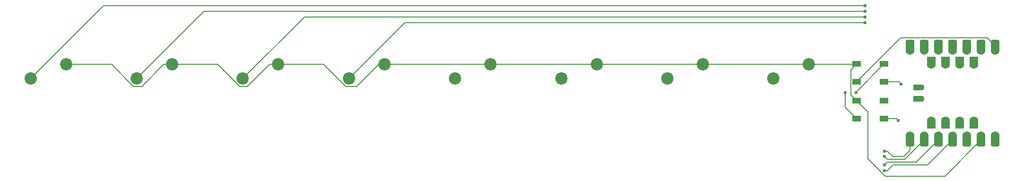
<source format=gbr>
%TF.GenerationSoftware,KiCad,Pcbnew,9.0.3*%
%TF.CreationDate,2025-07-11T23:54:27+00:00*%
%TF.ProjectId,hackpadhahaha,6861636b-7061-4646-9861-686168612e6b,rev?*%
%TF.SameCoordinates,Original*%
%TF.FileFunction,Copper,L1,Top*%
%TF.FilePolarity,Positive*%
%FSLAX46Y46*%
G04 Gerber Fmt 4.6, Leading zero omitted, Abs format (unit mm)*
G04 Created by KiCad (PCBNEW 9.0.3) date 2025-07-11 23:54:27*
%MOMM*%
%LPD*%
G01*
G04 APERTURE LIST*
G04 Aperture macros list*
%AMRoundRect*
0 Rectangle with rounded corners*
0 $1 Rounding radius*
0 $2 $3 $4 $5 $6 $7 $8 $9 X,Y pos of 4 corners*
0 Add a 4 corners polygon primitive as box body*
4,1,4,$2,$3,$4,$5,$6,$7,$8,$9,$2,$3,0*
0 Add four circle primitives for the rounded corners*
1,1,$1+$1,$2,$3*
1,1,$1+$1,$4,$5*
1,1,$1+$1,$6,$7*
1,1,$1+$1,$8,$9*
0 Add four rect primitives between the rounded corners*
20,1,$1+$1,$2,$3,$4,$5,0*
20,1,$1+$1,$4,$5,$6,$7,0*
20,1,$1+$1,$6,$7,$8,$9,0*
20,1,$1+$1,$8,$9,$2,$3,0*%
G04 Aperture macros list end*
%TA.AperFunction,SMDPad,CuDef*%
%ADD10RoundRect,0.152400X0.609600X-1.013600X0.609600X1.013600X-0.609600X1.013600X-0.609600X-1.013600X0*%
%TD*%
%TA.AperFunction,ComponentPad*%
%ADD11C,1.524000*%
%TD*%
%TA.AperFunction,SMDPad,CuDef*%
%ADD12RoundRect,0.152400X-0.609600X1.013600X-0.609600X-1.013600X0.609600X-1.013600X0.609600X1.013600X0*%
%TD*%
%TA.AperFunction,ComponentPad*%
%ADD13C,1.600000*%
%TD*%
%TA.AperFunction,SMDPad,CuDef*%
%ADD14RoundRect,0.140000X-0.660000X0.560000X-0.660000X-0.560000X0.660000X-0.560000X0.660000X0.560000X0*%
%TD*%
%TA.AperFunction,ComponentPad*%
%ADD15C,1.100000*%
%TD*%
%TA.AperFunction,SMDPad,CuDef*%
%ADD16RoundRect,0.110000X0.690000X0.440000X-0.690000X0.440000X-0.690000X-0.440000X0.690000X-0.440000X0*%
%TD*%
%TA.AperFunction,ComponentPad*%
%ADD17C,2.200000*%
%TD*%
%TA.AperFunction,SMDPad,CuDef*%
%ADD18R,1.500000X1.000000*%
%TD*%
%TA.AperFunction,ViaPad*%
%ADD19C,0.600000*%
%TD*%
%TA.AperFunction,Conductor*%
%ADD20C,0.200000*%
%TD*%
G04 APERTURE END LIST*
D10*
%TO.P,U1,1,GPIO26/ADC0/A0*%
%TO.N,Net-(D1-DIN)*%
X268350000Y-53715000D03*
D11*
X268350000Y-54500000D03*
D10*
%TO.P,U1,2,GPIO27/ADC1/A1*%
%TO.N,unconnected-(U1-GPIO27{slash}ADC1{slash}A1-Pad2)*%
X265810000Y-53715000D03*
D11*
X265810000Y-54500000D03*
D10*
%TO.P,U1,3,GPIO28/ADC2/A2*%
%TO.N,unconnected-(U1-GPIO28{slash}ADC2{slash}A2-Pad3)*%
X263270000Y-53715000D03*
D11*
X263270000Y-54500000D03*
D10*
%TO.P,U1,4,GPIO29/ADC3/A3*%
%TO.N,Net-(U1-GPIO29{slash}ADC3{slash}A3)*%
X260730000Y-53715000D03*
D11*
X260730000Y-54500000D03*
D10*
%TO.P,U1,5,GPIO6/SDA*%
%TO.N,Net-(U1-GPIO6{slash}SDA)*%
X258190000Y-53715000D03*
D11*
X258190000Y-54500000D03*
D10*
%TO.P,U1,6,GPIO7/SCL*%
%TO.N,Net-(U1-GPIO7{slash}SCL)*%
X255650000Y-53715000D03*
D11*
X255650000Y-54500000D03*
D10*
%TO.P,U1,7,GPIO0/TX*%
%TO.N,Net-(U1-GPIO0{slash}TX)*%
X253110000Y-53715000D03*
D11*
X253110000Y-54500000D03*
%TO.P,U1,8,GPIO1/RX*%
%TO.N,Net-(U1-GPIO1{slash}RX)*%
X253110000Y-69740000D03*
D12*
X253110000Y-70525000D03*
D11*
%TO.P,U1,9,GPIO2/SCK*%
%TO.N,Net-(U1-GPIO2{slash}SCK)*%
X255650000Y-69740000D03*
D12*
X255650000Y-70525000D03*
D11*
%TO.P,U1,10,GPIO4/MISO*%
%TO.N,Net-(U1-GPIO4{slash}MISO)*%
X258190000Y-69740000D03*
D12*
X258190000Y-70525000D03*
D11*
%TO.P,U1,11,GPIO3/MOSI*%
%TO.N,Net-(U1-GPIO3{slash}MOSI)*%
X260730000Y-69740000D03*
D12*
X260730000Y-70525000D03*
D11*
%TO.P,U1,12,3V3*%
%TO.N,unconnected-(U1-3V3-Pad12)*%
X263270000Y-69740000D03*
D12*
X263270000Y-70525000D03*
D11*
%TO.P,U1,13,GND*%
%TO.N,GND*%
X265810000Y-69740000D03*
D12*
X265810000Y-70525000D03*
D11*
%TO.P,U1,14,VBUS*%
%TO.N,+5V*%
X268350000Y-69740000D03*
D12*
X268350000Y-70525000D03*
D13*
%TO.P,U1,15*%
%TO.N,N/C*%
X264540000Y-67120994D03*
D14*
X264540000Y-67820000D03*
D13*
%TO.P,U1,16*%
X262000000Y-67120994D03*
D14*
X262000000Y-67820000D03*
D13*
%TO.P,U1,17*%
X259460000Y-67120994D03*
D14*
X259460000Y-67820000D03*
D13*
%TO.P,U1,18*%
X256920000Y-67120994D03*
D14*
X256920000Y-67820000D03*
%TO.P,U1,19*%
X256920000Y-56260994D03*
D13*
X256920000Y-56960994D03*
D14*
%TO.P,U1,20*%
X259460000Y-56260994D03*
D13*
X259460000Y-56960994D03*
D14*
%TO.P,U1,21*%
X262000000Y-56260994D03*
D13*
X262000000Y-56960994D03*
D14*
%TO.P,U1,22*%
X264540000Y-56260994D03*
D13*
X264540000Y-56960994D03*
D15*
%TO.P,U1,23*%
X255155189Y-61120000D03*
D16*
X254400000Y-61120000D03*
D15*
%TO.P,U1,24*%
X255155189Y-63120000D03*
D16*
X254400000Y-63120000D03*
%TD*%
D17*
%TO.P,SW8,1,1*%
%TO.N,GND*%
X235000000Y-57000000D03*
%TO.P,SW8,2,2*%
%TO.N,Net-(U1-GPIO3{slash}MOSI)*%
X228650000Y-59540000D03*
%TD*%
%TO.P,SW7,1,1*%
%TO.N,GND*%
X216000000Y-57000000D03*
%TO.P,SW7,2,2*%
%TO.N,Net-(U1-GPIO4{slash}MISO)*%
X209650000Y-59540000D03*
%TD*%
%TO.P,SW6,1,1*%
%TO.N,GND*%
X197000000Y-57000000D03*
%TO.P,SW6,2,2*%
%TO.N,Net-(U1-GPIO2{slash}SCK)*%
X190650000Y-59540000D03*
%TD*%
%TO.P,SW5,1,1*%
%TO.N,GND*%
X178000000Y-57000000D03*
%TO.P,SW5,2,2*%
%TO.N,Net-(U1-GPIO1{slash}RX)*%
X171650000Y-59540000D03*
%TD*%
%TO.P,SW4,1,1*%
%TO.N,GND*%
X159000000Y-57000000D03*
%TO.P,SW4,2,2*%
%TO.N,Net-(U1-GPIO0{slash}TX)*%
X152650000Y-59540000D03*
%TD*%
%TO.P,SW3,1,1*%
%TO.N,GND*%
X140000000Y-57000000D03*
%TO.P,SW3,2,2*%
%TO.N,Net-(U1-GPIO7{slash}SCL)*%
X133650000Y-59540000D03*
%TD*%
%TO.P,SW2,1,1*%
%TO.N,GND*%
X121000000Y-57000000D03*
%TO.P,SW2,2,2*%
%TO.N,Net-(U1-GPIO6{slash}SDA)*%
X114650000Y-59540000D03*
%TD*%
%TO.P,SW1,1,1*%
%TO.N,GND*%
X102000000Y-57000000D03*
%TO.P,SW1,2,2*%
%TO.N,Net-(U1-GPIO29{slash}ADC3{slash}A3)*%
X95650000Y-59540000D03*
%TD*%
D18*
%TO.P,D2,1,VSS*%
%TO.N,GND*%
X243550000Y-63520000D03*
%TO.P,D2,2,DIN*%
%TO.N,Net-(D1-DOUT)*%
X243550000Y-66720000D03*
%TO.P,D2,3,VDD*%
%TO.N,+5V*%
X248450000Y-66720000D03*
%TO.P,D2,4,DOUT*%
%TO.N,unconnected-(D2-DOUT-Pad4)*%
X248450000Y-63520000D03*
%TD*%
%TO.P,D1,1,VSS*%
%TO.N,GND*%
X243550000Y-56900000D03*
%TO.P,D1,2,DIN*%
%TO.N,Net-(D1-DIN)*%
X243550000Y-60100000D03*
%TO.P,D1,3,VDD*%
%TO.N,+5V*%
X248450000Y-60100000D03*
%TO.P,D1,4,DOUT*%
%TO.N,Net-(D1-DOUT)*%
X248450000Y-56900000D03*
%TD*%
D19*
%TO.N,Net-(D1-DOUT)*%
X243400000Y-62000000D03*
X241500000Y-62000000D03*
%TO.N,+5V*%
X251500000Y-60500000D03*
X251000000Y-67000000D03*
%TO.N,Net-(U1-GPIO29{slash}ADC3{slash}A3)*%
X245000000Y-46500000D03*
%TO.N,Net-(U1-GPIO6{slash}SDA)*%
X245000000Y-47500000D03*
%TO.N,Net-(U1-GPIO7{slash}SCL)*%
X245000000Y-48500000D03*
%TO.N,Net-(U1-GPIO0{slash}TX)*%
X245000000Y-49499000D03*
%TO.N,Net-(U1-GPIO1{slash}RX)*%
X248500000Y-72500000D03*
%TO.N,Net-(U1-GPIO3{slash}MOSI)*%
X248500000Y-76000000D03*
%TO.N,Net-(U1-GPIO4{slash}MISO)*%
X248500000Y-75000000D03*
%TO.N,Net-(U1-GPIO2{slash}SCK)*%
X248500000Y-73500000D03*
%TD*%
D20*
%TO.N,Net-(D1-DOUT)*%
X243550000Y-66720000D02*
X241500000Y-64670000D01*
X241500000Y-64670000D02*
X241500000Y-62000000D01*
X243400000Y-62000000D02*
X243400000Y-61950000D01*
X243400000Y-61950000D02*
X248450000Y-56900000D01*
%TO.N,Net-(D1-DIN)*%
X243550000Y-60100000D02*
X251402000Y-52248000D01*
X251402000Y-52248000D02*
X266883000Y-52248000D01*
X266883000Y-52248000D02*
X268350000Y-53715000D01*
%TO.N,+5V*%
X251100000Y-60100000D02*
X251500000Y-60500000D01*
X248450000Y-60100000D02*
X251100000Y-60100000D01*
X250720000Y-66720000D02*
X251000000Y-67000000D01*
X248450000Y-66720000D02*
X250720000Y-66720000D01*
%TO.N,GND*%
X243550000Y-63520000D02*
X245530000Y-65500000D01*
X245530000Y-73879943D02*
X248650057Y-77000000D01*
X245530000Y-65500000D02*
X245530000Y-73879943D01*
X248650057Y-77000000D02*
X259335000Y-77000000D01*
X259335000Y-77000000D02*
X265810000Y-70525000D01*
X243550000Y-56900000D02*
X242500000Y-57950000D01*
X242500000Y-57950000D02*
X242500000Y-62470000D01*
X242500000Y-62470000D02*
X243550000Y-63520000D01*
X235000000Y-57000000D02*
X243450000Y-57000000D01*
X243450000Y-57000000D02*
X243550000Y-56900000D01*
X216000000Y-57000000D02*
X235000000Y-57000000D01*
X197000000Y-57000000D02*
X216000000Y-57000000D01*
X178000000Y-57000000D02*
X197000000Y-57000000D01*
X159000000Y-57000000D02*
X178000000Y-57000000D01*
X140000000Y-57000000D02*
X148128686Y-57000000D01*
X148128686Y-57000000D02*
X152069686Y-60941000D01*
X152069686Y-60941000D02*
X154059000Y-60941000D01*
X154059000Y-60941000D02*
X158000000Y-57000000D01*
X158000000Y-57000000D02*
X159000000Y-57000000D01*
X121000000Y-57000000D02*
X129128686Y-57000000D01*
X129128686Y-57000000D02*
X133069686Y-60941000D01*
X133069686Y-60941000D02*
X134503366Y-60941000D01*
X134503366Y-60941000D02*
X138444366Y-57000000D01*
X138444366Y-57000000D02*
X140000000Y-57000000D01*
X102000000Y-57000000D02*
X110128686Y-57000000D01*
X110128686Y-57000000D02*
X114069686Y-60941000D01*
X119500000Y-57000000D02*
X121000000Y-57000000D01*
X114069686Y-60941000D02*
X115559000Y-60941000D01*
X115559000Y-60941000D02*
X119500000Y-57000000D01*
%TO.N,Net-(U1-GPIO29{slash}ADC3{slash}A3)*%
X245000000Y-46500000D02*
X108690000Y-46500000D01*
X108690000Y-46500000D02*
X95650000Y-59540000D01*
%TO.N,Net-(U1-GPIO6{slash}SDA)*%
X245000000Y-47500000D02*
X126690000Y-47500000D01*
X126690000Y-47500000D02*
X114650000Y-59540000D01*
%TO.N,Net-(U1-GPIO7{slash}SCL)*%
X245000000Y-48500000D02*
X144690000Y-48500000D01*
X144690000Y-48500000D02*
X133650000Y-59540000D01*
%TO.N,Net-(U1-GPIO0{slash}TX)*%
X245000000Y-49499000D02*
X162691000Y-49499000D01*
X162691000Y-49499000D02*
X152650000Y-59540000D01*
%TO.N,Net-(U1-GPIO1{slash}RX)*%
X249000000Y-72500000D02*
X248500000Y-72500000D01*
X250000000Y-73500000D02*
X249000000Y-72500000D01*
%TO.N,Net-(U1-GPIO3{slash}MOSI)*%
X249000000Y-76000000D02*
X248500000Y-76000000D01*
X250000000Y-75000000D02*
X249000000Y-76000000D01*
%TO.N,Net-(U1-GPIO4{slash}MISO)*%
X249000000Y-74500000D02*
X248500000Y-75000000D01*
X250000000Y-74500000D02*
X249000000Y-74500000D01*
%TO.N,Net-(U1-GPIO2{slash}SCK)*%
X249000000Y-74000000D02*
X248500000Y-73500000D01*
X250000000Y-74000000D02*
X249000000Y-74000000D01*
%TO.N,Net-(U1-GPIO1{slash}RX)*%
X252000000Y-73500000D02*
X250000000Y-73500000D01*
X253110000Y-69740000D02*
X253110000Y-72390000D01*
X253110000Y-72390000D02*
X252000000Y-73500000D01*
%TO.N,Net-(U1-GPIO2{slash}SCK)*%
X252175000Y-74000000D02*
X250000000Y-74000000D01*
X255650000Y-70525000D02*
X252175000Y-74000000D01*
%TO.N,Net-(U1-GPIO4{slash}MISO)*%
X254215000Y-74500000D02*
X250000000Y-74500000D01*
X258190000Y-70525000D02*
X254215000Y-74500000D01*
%TO.N,Net-(U1-GPIO3{slash}MOSI)*%
X256255000Y-75000000D02*
X250000000Y-75000000D01*
X260730000Y-70525000D02*
X256255000Y-75000000D01*
%TD*%
M02*

</source>
